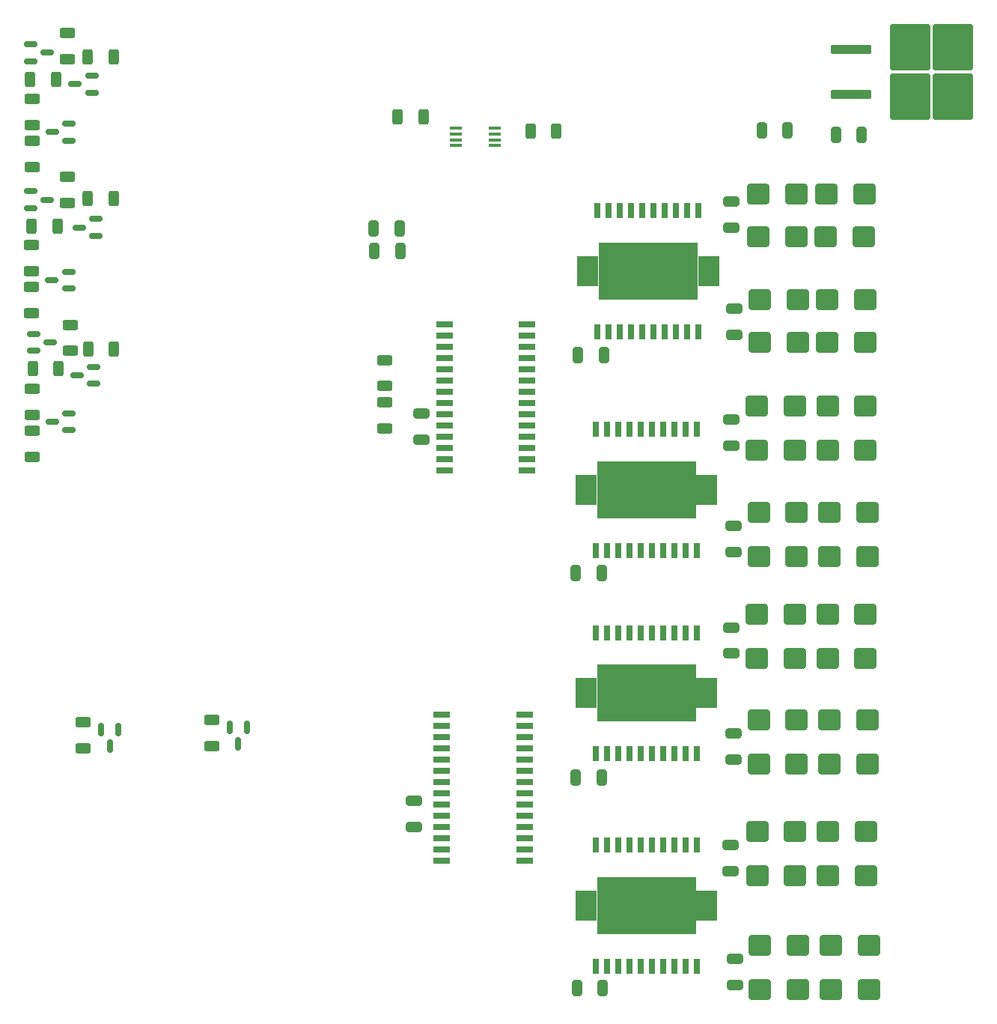
<source format=gbr>
%TF.GenerationSoftware,KiCad,Pcbnew,7.0.11*%
%TF.CreationDate,2024-05-01T23:49:06+02:00*%
%TF.ProjectId,KiCad,4b694361-642e-46b6-9963-61645f706362,rev?*%
%TF.SameCoordinates,Original*%
%TF.FileFunction,Paste,Top*%
%TF.FilePolarity,Positive*%
%FSLAX46Y46*%
G04 Gerber Fmt 4.6, Leading zero omitted, Abs format (unit mm)*
G04 Created by KiCad (PCBNEW 7.0.11) date 2024-05-01 23:49:06*
%MOMM*%
%LPD*%
G01*
G04 APERTURE LIST*
G04 Aperture macros list*
%AMRoundRect*
0 Rectangle with rounded corners*
0 $1 Rounding radius*
0 $2 $3 $4 $5 $6 $7 $8 $9 X,Y pos of 4 corners*
0 Add a 4 corners polygon primitive as box body*
4,1,4,$2,$3,$4,$5,$6,$7,$8,$9,$2,$3,0*
0 Add four circle primitives for the rounded corners*
1,1,$1+$1,$2,$3*
1,1,$1+$1,$4,$5*
1,1,$1+$1,$6,$7*
1,1,$1+$1,$8,$9*
0 Add four rect primitives between the rounded corners*
20,1,$1+$1,$2,$3,$4,$5,0*
20,1,$1+$1,$4,$5,$6,$7,0*
20,1,$1+$1,$6,$7,$8,$9,0*
20,1,$1+$1,$8,$9,$2,$3,0*%
G04 Aperture macros list end*
%ADD10RoundRect,0.250000X1.000000X0.900000X-1.000000X0.900000X-1.000000X-0.900000X1.000000X-0.900000X0*%
%ADD11R,0.700000X1.700000*%
%ADD12R,2.415000X3.400000*%
%ADD13R,11.270000X6.400000*%
%ADD14RoundRect,0.250000X0.325000X0.650000X-0.325000X0.650000X-0.325000X-0.650000X0.325000X-0.650000X0*%
%ADD15RoundRect,0.250000X-0.325000X-0.650000X0.325000X-0.650000X0.325000X0.650000X-0.325000X0.650000X0*%
%ADD16RoundRect,0.250000X-0.625000X0.312500X-0.625000X-0.312500X0.625000X-0.312500X0.625000X0.312500X0*%
%ADD17RoundRect,0.250000X0.650000X-0.325000X0.650000X0.325000X-0.650000X0.325000X-0.650000X-0.325000X0*%
%ADD18RoundRect,0.150000X-0.587500X-0.150000X0.587500X-0.150000X0.587500X0.150000X-0.587500X0.150000X0*%
%ADD19RoundRect,0.150000X0.587500X0.150000X-0.587500X0.150000X-0.587500X-0.150000X0.587500X-0.150000X0*%
%ADD20RoundRect,0.250000X0.625000X-0.312500X0.625000X0.312500X-0.625000X0.312500X-0.625000X-0.312500X0*%
%ADD21RoundRect,0.250000X0.312500X0.625000X-0.312500X0.625000X-0.312500X-0.625000X0.312500X-0.625000X0*%
%ADD22RoundRect,0.250000X-0.650000X0.325000X-0.650000X-0.325000X0.650000X-0.325000X0.650000X0.325000X0*%
%ADD23RoundRect,0.250000X-0.312500X-0.625000X0.312500X-0.625000X0.312500X0.625000X-0.312500X0.625000X0*%
%ADD24R,1.400000X0.450000*%
%ADD25R,1.850000X0.650000*%
%ADD26RoundRect,0.150000X-0.150000X0.587500X-0.150000X-0.587500X0.150000X-0.587500X0.150000X0.587500X0*%
%ADD27RoundRect,0.250000X-2.050000X-0.300000X2.050000X-0.300000X2.050000X0.300000X-2.050000X0.300000X0*%
%ADD28RoundRect,0.250000X-2.025000X-2.375000X2.025000X-2.375000X2.025000X2.375000X-2.025000X2.375000X0*%
G04 APERTURE END LIST*
D10*
%TO.C,D28*%
X166050000Y-78900000D03*
X161750000Y-78900000D03*
%TD*%
%TO.C,D16*%
X165897500Y-114965200D03*
X161597500Y-114965200D03*
%TD*%
D11*
%TO.C,U4*%
X154765000Y-69510000D03*
X153495000Y-69510000D03*
X152225000Y-69510000D03*
X150955000Y-69510000D03*
X149685000Y-69510000D03*
X148415000Y-69510000D03*
X147145000Y-69510000D03*
X145875000Y-69510000D03*
X144605000Y-69510000D03*
X143335000Y-69510000D03*
X143335000Y-83210000D03*
X144605000Y-83210000D03*
X145875000Y-83210000D03*
X147145000Y-83210000D03*
X148415000Y-83210000D03*
X149685000Y-83210000D03*
X150955000Y-83210000D03*
X152225000Y-83210000D03*
X153495000Y-83210000D03*
X154765000Y-83210000D03*
D12*
X155892500Y-76360000D03*
D13*
X149050000Y-76360000D03*
D12*
X142207500Y-76360000D03*
%TD*%
D14*
%TO.C,C6*%
X144025000Y-108900000D03*
X141075000Y-108900000D03*
%TD*%
D15*
%TO.C,C14*%
X162094000Y-35729000D03*
X165044000Y-35729000D03*
%TD*%
D11*
%TO.C,U1*%
X154772500Y-116550000D03*
X153502500Y-116550000D03*
X152232500Y-116550000D03*
X150962500Y-116550000D03*
X149692500Y-116550000D03*
X148422500Y-116550000D03*
X147152500Y-116550000D03*
X145882500Y-116550000D03*
X144612500Y-116550000D03*
X143342500Y-116550000D03*
X143342500Y-130250000D03*
X144612500Y-130250000D03*
X145882500Y-130250000D03*
X147152500Y-130250000D03*
X148422500Y-130250000D03*
X149692500Y-130250000D03*
X150962500Y-130250000D03*
X152232500Y-130250000D03*
X153502500Y-130250000D03*
X154772500Y-130250000D03*
D12*
X155900000Y-123400000D03*
D13*
X149057500Y-123400000D03*
D12*
X142215000Y-123400000D03*
%TD*%
D16*
%TO.C,R3*%
X79500000Y-48722300D03*
X79500000Y-51647300D03*
%TD*%
D10*
%TO.C,D29*%
X174050000Y-83900000D03*
X169750000Y-83900000D03*
%TD*%
D17*
%TO.C,C5*%
X158700000Y-94875000D03*
X158700000Y-91925000D03*
%TD*%
D18*
%TO.C,Q3*%
X79742500Y-58734800D03*
X79742500Y-60634800D03*
X81617500Y-59684800D03*
%TD*%
D19*
%TO.C,Q8*%
X86555000Y-64384800D03*
X86555000Y-62484800D03*
X84680000Y-63434800D03*
%TD*%
D20*
%TO.C,R26*%
X119500000Y-69397300D03*
X119500000Y-66472300D03*
%TD*%
D10*
%TO.C,D20*%
X166050000Y-102400000D03*
X161750000Y-102400000D03*
%TD*%
%TO.C,D40*%
X166048000Y-42948000D03*
X161748000Y-42948000D03*
%TD*%
D14*
%TO.C,C13*%
X173426000Y-36237000D03*
X170476000Y-36237000D03*
%TD*%
D10*
%TO.C,D33*%
X173850000Y-71900000D03*
X169550000Y-71900000D03*
%TD*%
D21*
%TO.C,R13*%
X82580000Y-62684800D03*
X79655000Y-62684800D03*
%TD*%
D11*
%TO.C,U3*%
X154765000Y-92510000D03*
X153495000Y-92510000D03*
X152225000Y-92510000D03*
X150955000Y-92510000D03*
X149685000Y-92510000D03*
X148415000Y-92510000D03*
X147145000Y-92510000D03*
X145875000Y-92510000D03*
X144605000Y-92510000D03*
X143335000Y-92510000D03*
X143335000Y-106210000D03*
X144605000Y-106210000D03*
X145875000Y-106210000D03*
X147145000Y-106210000D03*
X148415000Y-106210000D03*
X149685000Y-106210000D03*
X150955000Y-106210000D03*
X152225000Y-106210000D03*
X153495000Y-106210000D03*
X154765000Y-106210000D03*
D12*
X155892500Y-99360000D03*
D13*
X149050000Y-99360000D03*
D12*
X142207500Y-99360000D03*
%TD*%
D15*
%TO.C,C18*%
X118225000Y-46800000D03*
X121175000Y-46800000D03*
%TD*%
D22*
%TO.C,C1*%
X159055000Y-129365200D03*
X159055000Y-132315200D03*
%TD*%
D19*
%TO.C,Q7*%
X86750000Y-47672300D03*
X86750000Y-45772300D03*
X84875000Y-46722300D03*
%TD*%
D10*
%TO.C,D14*%
X166205000Y-132840200D03*
X161905000Y-132840200D03*
%TD*%
D18*
%TO.C,Q2*%
X79437500Y-42622300D03*
X79437500Y-44522300D03*
X81312500Y-43572300D03*
%TD*%
D22*
%TO.C,C4*%
X158900000Y-103925000D03*
X158900000Y-106875000D03*
%TD*%
D19*
%TO.C,D1*%
X83687500Y-53634800D03*
X83687500Y-51734800D03*
X81812500Y-52684800D03*
%TD*%
D23*
%TO.C,R28*%
X120925000Y-34200000D03*
X123850000Y-34200000D03*
%TD*%
D14*
%TO.C,C9*%
X143985000Y-85820000D03*
X141035000Y-85820000D03*
%TD*%
D16*
%TO.C,R6*%
X79617500Y-69722300D03*
X79617500Y-72647300D03*
%TD*%
D10*
%TO.C,D34*%
X165850000Y-71900000D03*
X161550000Y-71900000D03*
%TD*%
D16*
%TO.C,R1*%
X79592500Y-32222300D03*
X79592500Y-35147300D03*
%TD*%
D10*
%TO.C,D15*%
X173897500Y-114965200D03*
X169597500Y-114965200D03*
%TD*%
%TO.C,D13*%
X174205000Y-132840200D03*
X169905000Y-132840200D03*
%TD*%
%TO.C,D26*%
X165850000Y-95400000D03*
X161550000Y-95400000D03*
%TD*%
D20*
%TO.C,R17*%
X83562500Y-43934800D03*
X83562500Y-41009800D03*
%TD*%
D17*
%TO.C,C8*%
X158700000Y-71375000D03*
X158700000Y-68425000D03*
%TD*%
D10*
%TO.C,D32*%
X165850000Y-66900000D03*
X161550000Y-66900000D03*
%TD*%
%TO.C,D12*%
X166205000Y-127840200D03*
X161905000Y-127840200D03*
%TD*%
D22*
%TO.C,C7*%
X158900000Y-80425000D03*
X158900000Y-83375000D03*
%TD*%
D24*
%TO.C,IC3*%
X127500000Y-35525000D03*
X127500000Y-36175000D03*
X127500000Y-36825000D03*
X127500000Y-37475000D03*
X131900000Y-37475000D03*
X131900000Y-36825000D03*
X131900000Y-36175000D03*
X131900000Y-35525000D03*
%TD*%
D17*
%TO.C,C11*%
X158700000Y-46709000D03*
X158700000Y-43759000D03*
%TD*%
D10*
%TO.C,D17*%
X173897500Y-119965200D03*
X169597500Y-119965200D03*
%TD*%
D19*
%TO.C,D2*%
X83742500Y-69634800D03*
X83742500Y-67734800D03*
X81867500Y-68684800D03*
%TD*%
D14*
%TO.C,C15*%
X121236000Y-49403000D03*
X118286000Y-49403000D03*
%TD*%
D10*
%TO.C,D41*%
X173668000Y-47774000D03*
X169368000Y-47774000D03*
%TD*%
D17*
%TO.C,C2*%
X158597500Y-119440200D03*
X158597500Y-116490200D03*
%TD*%
D10*
%TO.C,D30*%
X166050000Y-83900000D03*
X161750000Y-83900000D03*
%TD*%
D25*
%TO.C,IC2*%
X125925000Y-101745000D03*
X125925000Y-103015000D03*
X125925000Y-104285000D03*
X125925000Y-105555000D03*
X125925000Y-106825000D03*
X125925000Y-108095000D03*
X125925000Y-109365000D03*
X125925000Y-110635000D03*
X125925000Y-111905000D03*
X125925000Y-113175000D03*
X125925000Y-114445000D03*
X125925000Y-115715000D03*
X125925000Y-116985000D03*
X125925000Y-118255000D03*
X135275000Y-118255000D03*
X135275000Y-116985000D03*
X135275000Y-115715000D03*
X135275000Y-114445000D03*
X135275000Y-113175000D03*
X135275000Y-111905000D03*
X135275000Y-110635000D03*
X135275000Y-109365000D03*
X135275000Y-108095000D03*
X135275000Y-106825000D03*
X135275000Y-105555000D03*
X135275000Y-104285000D03*
X135275000Y-103015000D03*
X135275000Y-101745000D03*
%TD*%
D23*
%TO.C,R22*%
X85850000Y-43472300D03*
X88775000Y-43472300D03*
%TD*%
D25*
%TO.C,IC1*%
X126200000Y-57670000D03*
X126200000Y-58940000D03*
X126200000Y-60210000D03*
X126200000Y-61480000D03*
X126200000Y-62750000D03*
X126200000Y-64020000D03*
X126200000Y-65290000D03*
X126200000Y-66560000D03*
X126200000Y-67830000D03*
X126200000Y-69100000D03*
X126200000Y-70370000D03*
X126200000Y-71640000D03*
X126200000Y-72910000D03*
X126200000Y-74180000D03*
X135550000Y-74180000D03*
X135550000Y-72910000D03*
X135550000Y-71640000D03*
X135550000Y-70370000D03*
X135550000Y-69100000D03*
X135550000Y-67830000D03*
X135550000Y-66560000D03*
X135550000Y-65290000D03*
X135550000Y-64020000D03*
X135550000Y-62750000D03*
X135550000Y-61480000D03*
X135550000Y-60210000D03*
X135550000Y-58940000D03*
X135550000Y-57670000D03*
%TD*%
D10*
%TO.C,D27*%
X174050000Y-78900000D03*
X169750000Y-78900000D03*
%TD*%
D23*
%TO.C,R21*%
X85850000Y-27472300D03*
X88775000Y-27472300D03*
%TD*%
D19*
%TO.C,Q6*%
X86312500Y-31472300D03*
X86312500Y-29572300D03*
X84437500Y-30522300D03*
%TD*%
D10*
%TO.C,D39*%
X173737000Y-42900000D03*
X169437000Y-42900000D03*
%TD*%
%TO.C,D18*%
X165897500Y-119965200D03*
X161597500Y-119965200D03*
%TD*%
D26*
%TO.C,Q11*%
X103849125Y-103246250D03*
X101949125Y-103246250D03*
X102899125Y-105121250D03*
%TD*%
D23*
%TO.C,R23*%
X85905000Y-60434800D03*
X88830000Y-60434800D03*
%TD*%
D18*
%TO.C,Q1*%
X79375000Y-26022300D03*
X79375000Y-27922300D03*
X81250000Y-26972300D03*
%TD*%
D20*
%TO.C,R16*%
X83562500Y-27684800D03*
X83562500Y-24759800D03*
%TD*%
D19*
%TO.C,D7*%
X83750000Y-36884800D03*
X83750000Y-34984800D03*
X81875000Y-35934800D03*
%TD*%
D16*
%TO.C,R5*%
X79617500Y-64972300D03*
X79617500Y-67897300D03*
%TD*%
D23*
%TO.C,R7*%
X135937500Y-35800000D03*
X138862500Y-35800000D03*
%TD*%
D27*
%TO.C,U7*%
X172175000Y-26585000D03*
D28*
X178900000Y-26350000D03*
X178900000Y-31900000D03*
X183750000Y-26350000D03*
X183750000Y-31900000D03*
D27*
X172175000Y-31665000D03*
%TD*%
D14*
%TO.C,C12*%
X144240000Y-61130000D03*
X141290000Y-61130000D03*
%TD*%
D10*
%TO.C,D38*%
X166200000Y-59726000D03*
X161900000Y-59726000D03*
%TD*%
D16*
%TO.C,R4*%
X79500000Y-53472300D03*
X79500000Y-56397300D03*
%TD*%
D10*
%TO.C,D36*%
X166200000Y-54900000D03*
X161900000Y-54900000D03*
%TD*%
%TO.C,D23*%
X173850000Y-90400000D03*
X169550000Y-90400000D03*
%TD*%
D11*
%TO.C,U5*%
X154955000Y-44820000D03*
X153685000Y-44820000D03*
X152415000Y-44820000D03*
X151145000Y-44820000D03*
X149875000Y-44820000D03*
X148605000Y-44820000D03*
X147335000Y-44820000D03*
X146065000Y-44820000D03*
X144795000Y-44820000D03*
X143525000Y-44820000D03*
X143525000Y-58520000D03*
X144795000Y-58520000D03*
X146065000Y-58520000D03*
X147335000Y-58520000D03*
X148605000Y-58520000D03*
X149875000Y-58520000D03*
X151145000Y-58520000D03*
X152415000Y-58520000D03*
X153685000Y-58520000D03*
X154955000Y-58520000D03*
D12*
X156082500Y-51670000D03*
D13*
X149240000Y-51670000D03*
D12*
X142397500Y-51670000D03*
%TD*%
D20*
%TO.C,R27*%
X119500000Y-64647300D03*
X119500000Y-61722300D03*
%TD*%
D21*
%TO.C,R12*%
X82462500Y-46600000D03*
X79537500Y-46600000D03*
%TD*%
D22*
%TO.C,C10*%
X158970000Y-55925000D03*
X158970000Y-58875000D03*
%TD*%
D14*
%TO.C,C3*%
X144137500Y-132670000D03*
X141187500Y-132670000D03*
%TD*%
D22*
%TO.C,C16*%
X123600000Y-67725000D03*
X123600000Y-70675000D03*
%TD*%
%TO.C,C17*%
X122800000Y-111525000D03*
X122800000Y-114475000D03*
%TD*%
D10*
%TO.C,D42*%
X166048000Y-47774000D03*
X161748000Y-47774000D03*
%TD*%
%TO.C,D19*%
X174050000Y-102400000D03*
X169750000Y-102400000D03*
%TD*%
%TO.C,D25*%
X173850000Y-95400000D03*
X169550000Y-95400000D03*
%TD*%
D20*
%TO.C,R18*%
X83867500Y-60647300D03*
X83867500Y-57722300D03*
%TD*%
D10*
%TO.C,D35*%
X173820000Y-54900000D03*
X169520000Y-54900000D03*
%TD*%
%TO.C,D24*%
X165850000Y-90400000D03*
X161550000Y-90400000D03*
%TD*%
%TO.C,D37*%
X173820000Y-59726000D03*
X169520000Y-59726000D03*
%TD*%
D20*
%TO.C,R30*%
X85350875Y-105583750D03*
X85350875Y-102658750D03*
%TD*%
D10*
%TO.C,D22*%
X166050000Y-107400000D03*
X161750000Y-107400000D03*
%TD*%
D21*
%TO.C,R11*%
X82275000Y-29972300D03*
X79350000Y-29972300D03*
%TD*%
D16*
%TO.C,R2*%
X79592500Y-36937500D03*
X79592500Y-39862500D03*
%TD*%
D20*
%TO.C,R29*%
X99899125Y-105333750D03*
X99899125Y-102408750D03*
%TD*%
D10*
%TO.C,D11*%
X174205000Y-127840200D03*
X169905000Y-127840200D03*
%TD*%
%TO.C,D31*%
X173850000Y-66900000D03*
X169550000Y-66900000D03*
%TD*%
D26*
%TO.C,Q12*%
X89300875Y-103433750D03*
X87400875Y-103433750D03*
X88350875Y-105308750D03*
%TD*%
D10*
%TO.C,D21*%
X174050000Y-107400000D03*
X169750000Y-107400000D03*
%TD*%
M02*

</source>
